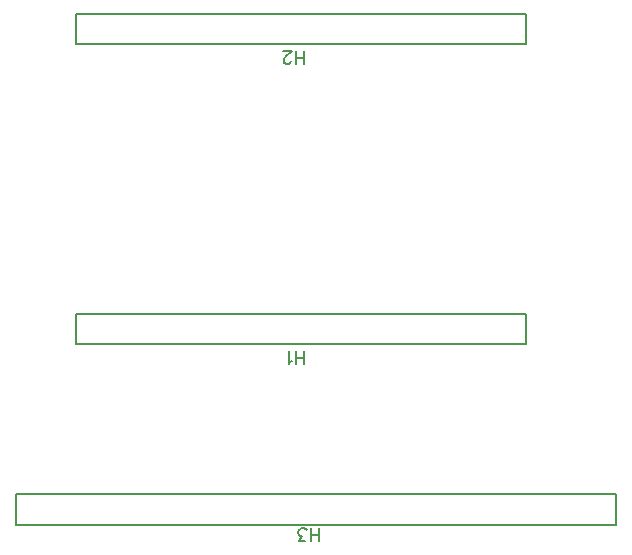
<source format=gto>
G04 Layer: TopSilkscreenLayer*
G04 EasyEDA v6.5.22, 2023-03-23 22:40:55*
G04 3627553c056445a1abe21900e2fb236e,da1fd6cafd0d43568a8352192e737843,10*
G04 Gerber Generator version 0.2*
G04 Scale: 100 percent, Rotated: No, Reflected: No *
G04 Dimensions in inches *
G04 leading zeros omitted , absolute positions ,3 integer and 6 decimal *
%FSLAX36Y36*%
%MOIN*%

%ADD10C,0.0060*%
%ADD11C,0.0080*%
%ADD12C,0.0080*%

%LPD*%
D10*
X3910000Y1684180D02*
G01*
X3910000Y1727080D01*
X3881400Y1684180D02*
G01*
X3881400Y1727080D01*
X3910000Y1704580D02*
G01*
X3881400Y1704580D01*
X3867899Y1692379D02*
G01*
X3863800Y1690279D01*
X3857600Y1684180D01*
X3857600Y1727080D01*
X3910000Y2684180D02*
G01*
X3910000Y2727080D01*
X3881400Y2684180D02*
G01*
X3881400Y2727080D01*
X3910000Y2704580D02*
G01*
X3881400Y2704580D01*
X3865799Y2694380D02*
G01*
X3865799Y2692379D01*
X3863800Y2688279D01*
X3861700Y2686179D01*
X3857600Y2684180D01*
X3849499Y2684180D01*
X3845399Y2686179D01*
X3843299Y2688279D01*
X3841300Y2692379D01*
X3841300Y2696480D01*
X3843299Y2700580D01*
X3847399Y2706680D01*
X3867899Y2727080D01*
X3839200Y2727080D01*
X3960000Y1094180D02*
G01*
X3960000Y1137080D01*
X3931400Y1094180D02*
G01*
X3931400Y1137080D01*
X3960000Y1114580D02*
G01*
X3931400Y1114580D01*
X3913800Y1094180D02*
G01*
X3891300Y1094180D01*
X3903500Y1110580D01*
X3897399Y1110580D01*
X3893299Y1112579D01*
X3891300Y1114580D01*
X3889200Y1120779D01*
X3889200Y1124879D01*
X3891300Y1130979D01*
X3895399Y1135079D01*
X3901499Y1137080D01*
X3907600Y1137080D01*
X3913800Y1135079D01*
X3915799Y1133080D01*
X3917899Y1128980D01*
D11*
X3150000Y1749580D02*
G01*
X3150000Y1749580D01*
X3150000Y1849580D01*
X4650000Y1849580D01*
X4650000Y1749580D01*
X4575000Y1749580D01*
D12*
X3150000Y1749580D02*
G01*
X4575000Y1749580D01*
D11*
X3150000Y2749580D02*
G01*
X3150000Y2749580D01*
X3150000Y2849580D01*
X4650000Y2849580D01*
X4650000Y2749580D01*
X4575000Y2749580D01*
D12*
X3150000Y2749580D02*
G01*
X4575000Y2749580D01*
D11*
X2950000Y1152080D02*
G01*
X2950000Y1147080D01*
X4950000Y1147080D01*
X4950000Y1252080D01*
X2950000Y1252080D01*
X2950000Y1152080D01*
M02*

</source>
